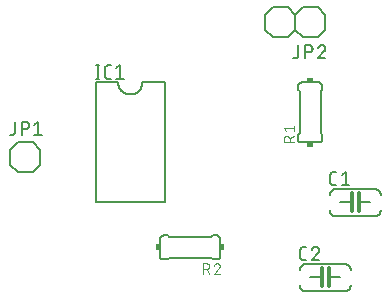
<source format=gbr>
G04 EAGLE Gerber RS-274X export*
G75*
%MOMM*%
%FSLAX34Y34*%
%LPD*%
%INSilkscreen Top*%
%IPPOS*%
%AMOC8*
5,1,8,0,0,1.08239X$1,22.5*%
G01*
%ADD10C,0.152400*%
%ADD11C,0.304800*%
%ADD12C,0.127000*%
%ADD13R,0.508000X0.381000*%
%ADD14C,0.101600*%
%ADD15R,0.381000X0.508000*%


D10*
X745490Y341630D02*
X745350Y341628D01*
X745210Y341622D01*
X745070Y341613D01*
X744931Y341599D01*
X744792Y341582D01*
X744654Y341561D01*
X744516Y341536D01*
X744379Y341507D01*
X744243Y341475D01*
X744108Y341438D01*
X743974Y341398D01*
X743841Y341355D01*
X743709Y341307D01*
X743578Y341257D01*
X743449Y341202D01*
X743322Y341144D01*
X743196Y341083D01*
X743072Y341018D01*
X742950Y340949D01*
X742830Y340878D01*
X742712Y340803D01*
X742595Y340725D01*
X742481Y340643D01*
X742370Y340559D01*
X742261Y340471D01*
X742154Y340381D01*
X742049Y340287D01*
X741948Y340191D01*
X741849Y340092D01*
X741753Y339991D01*
X741659Y339886D01*
X741569Y339779D01*
X741481Y339670D01*
X741397Y339559D01*
X741315Y339445D01*
X741237Y339328D01*
X741162Y339210D01*
X741091Y339090D01*
X741022Y338968D01*
X740957Y338844D01*
X740896Y338718D01*
X740838Y338591D01*
X740783Y338462D01*
X740733Y338331D01*
X740685Y338199D01*
X740642Y338066D01*
X740602Y337932D01*
X740565Y337797D01*
X740533Y337661D01*
X740504Y337524D01*
X740479Y337386D01*
X740458Y337248D01*
X740441Y337109D01*
X740427Y336970D01*
X740418Y336830D01*
X740412Y336690D01*
X740410Y336550D01*
X740410Y323850D02*
X740412Y323710D01*
X740418Y323570D01*
X740427Y323430D01*
X740441Y323291D01*
X740458Y323152D01*
X740479Y323014D01*
X740504Y322876D01*
X740533Y322739D01*
X740565Y322603D01*
X740602Y322468D01*
X740642Y322334D01*
X740685Y322201D01*
X740733Y322069D01*
X740783Y321938D01*
X740838Y321809D01*
X740896Y321682D01*
X740957Y321556D01*
X741022Y321432D01*
X741091Y321310D01*
X741162Y321190D01*
X741237Y321072D01*
X741315Y320955D01*
X741397Y320841D01*
X741481Y320730D01*
X741569Y320621D01*
X741659Y320514D01*
X741753Y320409D01*
X741849Y320308D01*
X741948Y320209D01*
X742049Y320113D01*
X742154Y320019D01*
X742261Y319929D01*
X742370Y319841D01*
X742481Y319757D01*
X742595Y319675D01*
X742712Y319597D01*
X742830Y319522D01*
X742950Y319451D01*
X743072Y319382D01*
X743196Y319317D01*
X743322Y319256D01*
X743449Y319198D01*
X743578Y319143D01*
X743709Y319093D01*
X743841Y319045D01*
X743974Y319002D01*
X744108Y318962D01*
X744243Y318925D01*
X744379Y318893D01*
X744516Y318864D01*
X744654Y318839D01*
X744792Y318818D01*
X744931Y318801D01*
X745070Y318787D01*
X745210Y318778D01*
X745350Y318772D01*
X745490Y318770D01*
X745490Y341630D02*
X778510Y341630D01*
X778510Y318770D02*
X745490Y318770D01*
X778510Y341630D02*
X778650Y341628D01*
X778790Y341622D01*
X778930Y341613D01*
X779069Y341599D01*
X779208Y341582D01*
X779346Y341561D01*
X779484Y341536D01*
X779621Y341507D01*
X779757Y341475D01*
X779892Y341438D01*
X780026Y341398D01*
X780159Y341355D01*
X780291Y341307D01*
X780422Y341257D01*
X780551Y341202D01*
X780678Y341144D01*
X780804Y341083D01*
X780928Y341018D01*
X781050Y340949D01*
X781170Y340878D01*
X781288Y340803D01*
X781405Y340725D01*
X781519Y340643D01*
X781630Y340559D01*
X781739Y340471D01*
X781846Y340381D01*
X781951Y340287D01*
X782052Y340191D01*
X782151Y340092D01*
X782247Y339991D01*
X782341Y339886D01*
X782431Y339779D01*
X782519Y339670D01*
X782603Y339559D01*
X782685Y339445D01*
X782763Y339328D01*
X782838Y339210D01*
X782909Y339090D01*
X782978Y338968D01*
X783043Y338844D01*
X783104Y338718D01*
X783162Y338591D01*
X783217Y338462D01*
X783267Y338331D01*
X783315Y338199D01*
X783358Y338066D01*
X783398Y337932D01*
X783435Y337797D01*
X783467Y337661D01*
X783496Y337524D01*
X783521Y337386D01*
X783542Y337248D01*
X783559Y337109D01*
X783573Y336970D01*
X783582Y336830D01*
X783588Y336690D01*
X783590Y336550D01*
X783590Y323850D02*
X783588Y323710D01*
X783582Y323570D01*
X783573Y323430D01*
X783559Y323291D01*
X783542Y323152D01*
X783521Y323014D01*
X783496Y322876D01*
X783467Y322739D01*
X783435Y322603D01*
X783398Y322468D01*
X783358Y322334D01*
X783315Y322201D01*
X783267Y322069D01*
X783217Y321938D01*
X783162Y321809D01*
X783104Y321682D01*
X783043Y321556D01*
X782978Y321432D01*
X782909Y321310D01*
X782838Y321190D01*
X782763Y321072D01*
X782685Y320955D01*
X782603Y320841D01*
X782519Y320730D01*
X782431Y320621D01*
X782341Y320514D01*
X782247Y320409D01*
X782151Y320308D01*
X782052Y320209D01*
X781951Y320113D01*
X781846Y320019D01*
X781739Y319929D01*
X781630Y319841D01*
X781519Y319757D01*
X781405Y319675D01*
X781288Y319597D01*
X781170Y319522D01*
X781050Y319451D01*
X780928Y319382D01*
X780804Y319317D01*
X780678Y319256D01*
X780551Y319198D01*
X780422Y319143D01*
X780291Y319093D01*
X780159Y319045D01*
X780026Y319002D01*
X779892Y318962D01*
X779757Y318925D01*
X779621Y318893D01*
X779484Y318864D01*
X779346Y318839D01*
X779208Y318818D01*
X779069Y318801D01*
X778930Y318787D01*
X778790Y318778D01*
X778650Y318772D01*
X778510Y318770D01*
D11*
X758952Y330200D02*
X758952Y337820D01*
X758952Y330200D02*
X758952Y322580D01*
X765302Y330200D02*
X765302Y337820D01*
X765302Y330200D02*
X765302Y322580D01*
D10*
X765302Y330200D02*
X774700Y330200D01*
X758952Y330200D02*
X749300Y330200D01*
D12*
X746125Y344805D02*
X743585Y344805D01*
X743485Y344807D01*
X743386Y344813D01*
X743286Y344823D01*
X743188Y344836D01*
X743089Y344854D01*
X742992Y344875D01*
X742896Y344900D01*
X742800Y344929D01*
X742706Y344962D01*
X742613Y344998D01*
X742522Y345038D01*
X742432Y345082D01*
X742344Y345129D01*
X742258Y345179D01*
X742174Y345233D01*
X742092Y345290D01*
X742013Y345350D01*
X741935Y345414D01*
X741861Y345480D01*
X741789Y345549D01*
X741720Y345621D01*
X741654Y345695D01*
X741590Y345773D01*
X741530Y345852D01*
X741473Y345934D01*
X741419Y346018D01*
X741369Y346104D01*
X741322Y346192D01*
X741278Y346282D01*
X741238Y346373D01*
X741202Y346466D01*
X741169Y346560D01*
X741140Y346656D01*
X741115Y346752D01*
X741094Y346849D01*
X741076Y346948D01*
X741063Y347046D01*
X741053Y347146D01*
X741047Y347245D01*
X741045Y347345D01*
X741045Y353695D01*
X741047Y353795D01*
X741053Y353894D01*
X741063Y353994D01*
X741076Y354092D01*
X741094Y354191D01*
X741115Y354288D01*
X741140Y354384D01*
X741169Y354480D01*
X741202Y354574D01*
X741238Y354667D01*
X741278Y354758D01*
X741322Y354848D01*
X741369Y354936D01*
X741419Y355022D01*
X741473Y355106D01*
X741530Y355188D01*
X741590Y355267D01*
X741654Y355345D01*
X741720Y355419D01*
X741789Y355491D01*
X741861Y355560D01*
X741935Y355626D01*
X742013Y355690D01*
X742092Y355750D01*
X742174Y355807D01*
X742258Y355861D01*
X742344Y355911D01*
X742432Y355958D01*
X742522Y356002D01*
X742613Y356042D01*
X742706Y356078D01*
X742800Y356111D01*
X742896Y356140D01*
X742992Y356165D01*
X743089Y356186D01*
X743188Y356204D01*
X743286Y356217D01*
X743386Y356227D01*
X743485Y356233D01*
X743585Y356235D01*
X746125Y356235D01*
X750607Y353695D02*
X753782Y356235D01*
X753782Y344805D01*
X750607Y344805D02*
X756957Y344805D01*
D10*
X720090Y278130D02*
X719950Y278128D01*
X719810Y278122D01*
X719670Y278113D01*
X719531Y278099D01*
X719392Y278082D01*
X719254Y278061D01*
X719116Y278036D01*
X718979Y278007D01*
X718843Y277975D01*
X718708Y277938D01*
X718574Y277898D01*
X718441Y277855D01*
X718309Y277807D01*
X718178Y277757D01*
X718049Y277702D01*
X717922Y277644D01*
X717796Y277583D01*
X717672Y277518D01*
X717550Y277449D01*
X717430Y277378D01*
X717312Y277303D01*
X717195Y277225D01*
X717081Y277143D01*
X716970Y277059D01*
X716861Y276971D01*
X716754Y276881D01*
X716649Y276787D01*
X716548Y276691D01*
X716449Y276592D01*
X716353Y276491D01*
X716259Y276386D01*
X716169Y276279D01*
X716081Y276170D01*
X715997Y276059D01*
X715915Y275945D01*
X715837Y275828D01*
X715762Y275710D01*
X715691Y275590D01*
X715622Y275468D01*
X715557Y275344D01*
X715496Y275218D01*
X715438Y275091D01*
X715383Y274962D01*
X715333Y274831D01*
X715285Y274699D01*
X715242Y274566D01*
X715202Y274432D01*
X715165Y274297D01*
X715133Y274161D01*
X715104Y274024D01*
X715079Y273886D01*
X715058Y273748D01*
X715041Y273609D01*
X715027Y273470D01*
X715018Y273330D01*
X715012Y273190D01*
X715010Y273050D01*
X715010Y260350D02*
X715012Y260210D01*
X715018Y260070D01*
X715027Y259930D01*
X715041Y259791D01*
X715058Y259652D01*
X715079Y259514D01*
X715104Y259376D01*
X715133Y259239D01*
X715165Y259103D01*
X715202Y258968D01*
X715242Y258834D01*
X715285Y258701D01*
X715333Y258569D01*
X715383Y258438D01*
X715438Y258309D01*
X715496Y258182D01*
X715557Y258056D01*
X715622Y257932D01*
X715691Y257810D01*
X715762Y257690D01*
X715837Y257572D01*
X715915Y257455D01*
X715997Y257341D01*
X716081Y257230D01*
X716169Y257121D01*
X716259Y257014D01*
X716353Y256909D01*
X716449Y256808D01*
X716548Y256709D01*
X716649Y256613D01*
X716754Y256519D01*
X716861Y256429D01*
X716970Y256341D01*
X717081Y256257D01*
X717195Y256175D01*
X717312Y256097D01*
X717430Y256022D01*
X717550Y255951D01*
X717672Y255882D01*
X717796Y255817D01*
X717922Y255756D01*
X718049Y255698D01*
X718178Y255643D01*
X718309Y255593D01*
X718441Y255545D01*
X718574Y255502D01*
X718708Y255462D01*
X718843Y255425D01*
X718979Y255393D01*
X719116Y255364D01*
X719254Y255339D01*
X719392Y255318D01*
X719531Y255301D01*
X719670Y255287D01*
X719810Y255278D01*
X719950Y255272D01*
X720090Y255270D01*
X720090Y278130D02*
X753110Y278130D01*
X753110Y255270D02*
X720090Y255270D01*
X753110Y278130D02*
X753250Y278128D01*
X753390Y278122D01*
X753530Y278113D01*
X753669Y278099D01*
X753808Y278082D01*
X753946Y278061D01*
X754084Y278036D01*
X754221Y278007D01*
X754357Y277975D01*
X754492Y277938D01*
X754626Y277898D01*
X754759Y277855D01*
X754891Y277807D01*
X755022Y277757D01*
X755151Y277702D01*
X755278Y277644D01*
X755404Y277583D01*
X755528Y277518D01*
X755650Y277449D01*
X755770Y277378D01*
X755888Y277303D01*
X756005Y277225D01*
X756119Y277143D01*
X756230Y277059D01*
X756339Y276971D01*
X756446Y276881D01*
X756551Y276787D01*
X756652Y276691D01*
X756751Y276592D01*
X756847Y276491D01*
X756941Y276386D01*
X757031Y276279D01*
X757119Y276170D01*
X757203Y276059D01*
X757285Y275945D01*
X757363Y275828D01*
X757438Y275710D01*
X757509Y275590D01*
X757578Y275468D01*
X757643Y275344D01*
X757704Y275218D01*
X757762Y275091D01*
X757817Y274962D01*
X757867Y274831D01*
X757915Y274699D01*
X757958Y274566D01*
X757998Y274432D01*
X758035Y274297D01*
X758067Y274161D01*
X758096Y274024D01*
X758121Y273886D01*
X758142Y273748D01*
X758159Y273609D01*
X758173Y273470D01*
X758182Y273330D01*
X758188Y273190D01*
X758190Y273050D01*
X758190Y260350D02*
X758188Y260210D01*
X758182Y260070D01*
X758173Y259930D01*
X758159Y259791D01*
X758142Y259652D01*
X758121Y259514D01*
X758096Y259376D01*
X758067Y259239D01*
X758035Y259103D01*
X757998Y258968D01*
X757958Y258834D01*
X757915Y258701D01*
X757867Y258569D01*
X757817Y258438D01*
X757762Y258309D01*
X757704Y258182D01*
X757643Y258056D01*
X757578Y257932D01*
X757509Y257810D01*
X757438Y257690D01*
X757363Y257572D01*
X757285Y257455D01*
X757203Y257341D01*
X757119Y257230D01*
X757031Y257121D01*
X756941Y257014D01*
X756847Y256909D01*
X756751Y256808D01*
X756652Y256709D01*
X756551Y256613D01*
X756446Y256519D01*
X756339Y256429D01*
X756230Y256341D01*
X756119Y256257D01*
X756005Y256175D01*
X755888Y256097D01*
X755770Y256022D01*
X755650Y255951D01*
X755528Y255882D01*
X755404Y255817D01*
X755278Y255756D01*
X755151Y255698D01*
X755022Y255643D01*
X754891Y255593D01*
X754759Y255545D01*
X754626Y255502D01*
X754492Y255462D01*
X754357Y255425D01*
X754221Y255393D01*
X754084Y255364D01*
X753946Y255339D01*
X753808Y255318D01*
X753669Y255301D01*
X753530Y255287D01*
X753390Y255278D01*
X753250Y255272D01*
X753110Y255270D01*
D11*
X733552Y266700D02*
X733552Y274320D01*
X733552Y266700D02*
X733552Y259080D01*
X739902Y266700D02*
X739902Y274320D01*
X739902Y266700D02*
X739902Y259080D01*
D10*
X739902Y266700D02*
X749300Y266700D01*
X733552Y266700D02*
X723900Y266700D01*
D12*
X720725Y281305D02*
X718185Y281305D01*
X718085Y281307D01*
X717986Y281313D01*
X717886Y281323D01*
X717788Y281336D01*
X717689Y281354D01*
X717592Y281375D01*
X717496Y281400D01*
X717400Y281429D01*
X717306Y281462D01*
X717213Y281498D01*
X717122Y281538D01*
X717032Y281582D01*
X716944Y281629D01*
X716858Y281679D01*
X716774Y281733D01*
X716692Y281790D01*
X716613Y281850D01*
X716535Y281914D01*
X716461Y281980D01*
X716389Y282049D01*
X716320Y282121D01*
X716254Y282195D01*
X716190Y282273D01*
X716130Y282352D01*
X716073Y282434D01*
X716019Y282518D01*
X715969Y282604D01*
X715922Y282692D01*
X715878Y282782D01*
X715838Y282873D01*
X715802Y282966D01*
X715769Y283060D01*
X715740Y283156D01*
X715715Y283252D01*
X715694Y283349D01*
X715676Y283448D01*
X715663Y283546D01*
X715653Y283646D01*
X715647Y283745D01*
X715645Y283845D01*
X715645Y290195D01*
X715647Y290295D01*
X715653Y290394D01*
X715663Y290494D01*
X715676Y290592D01*
X715694Y290691D01*
X715715Y290788D01*
X715740Y290884D01*
X715769Y290980D01*
X715802Y291074D01*
X715838Y291167D01*
X715878Y291258D01*
X715922Y291348D01*
X715969Y291436D01*
X716019Y291522D01*
X716073Y291606D01*
X716130Y291688D01*
X716190Y291767D01*
X716254Y291845D01*
X716320Y291919D01*
X716389Y291991D01*
X716461Y292060D01*
X716535Y292126D01*
X716613Y292190D01*
X716692Y292250D01*
X716774Y292307D01*
X716858Y292361D01*
X716944Y292411D01*
X717032Y292458D01*
X717122Y292502D01*
X717213Y292542D01*
X717306Y292578D01*
X717400Y292611D01*
X717496Y292640D01*
X717592Y292665D01*
X717689Y292686D01*
X717788Y292704D01*
X717886Y292717D01*
X717986Y292727D01*
X718085Y292733D01*
X718185Y292735D01*
X720725Y292735D01*
X728700Y292736D02*
X728804Y292734D01*
X728909Y292728D01*
X729013Y292719D01*
X729116Y292706D01*
X729219Y292688D01*
X729321Y292668D01*
X729423Y292643D01*
X729523Y292615D01*
X729623Y292583D01*
X729721Y292547D01*
X729818Y292508D01*
X729913Y292466D01*
X730007Y292420D01*
X730099Y292370D01*
X730189Y292318D01*
X730277Y292262D01*
X730363Y292202D01*
X730447Y292140D01*
X730528Y292075D01*
X730607Y292007D01*
X730684Y291935D01*
X730757Y291862D01*
X730829Y291785D01*
X730897Y291706D01*
X730962Y291625D01*
X731024Y291541D01*
X731084Y291455D01*
X731140Y291367D01*
X731192Y291277D01*
X731242Y291185D01*
X731288Y291091D01*
X731330Y290996D01*
X731369Y290899D01*
X731405Y290801D01*
X731437Y290701D01*
X731465Y290601D01*
X731490Y290499D01*
X731510Y290397D01*
X731528Y290294D01*
X731541Y290191D01*
X731550Y290087D01*
X731556Y289982D01*
X731558Y289878D01*
X728700Y292735D02*
X728582Y292733D01*
X728463Y292727D01*
X728345Y292718D01*
X728228Y292705D01*
X728111Y292687D01*
X727994Y292667D01*
X727878Y292642D01*
X727763Y292614D01*
X727650Y292581D01*
X727537Y292546D01*
X727425Y292506D01*
X727315Y292464D01*
X727206Y292417D01*
X727098Y292367D01*
X726993Y292314D01*
X726889Y292257D01*
X726787Y292197D01*
X726687Y292134D01*
X726589Y292067D01*
X726493Y291998D01*
X726400Y291925D01*
X726309Y291849D01*
X726220Y291771D01*
X726134Y291689D01*
X726051Y291605D01*
X725970Y291519D01*
X725893Y291429D01*
X725818Y291338D01*
X725746Y291244D01*
X725677Y291147D01*
X725612Y291049D01*
X725549Y290948D01*
X725490Y290845D01*
X725434Y290741D01*
X725382Y290635D01*
X725333Y290527D01*
X725288Y290418D01*
X725246Y290307D01*
X725208Y290195D01*
X730605Y287656D02*
X730681Y287731D01*
X730756Y287810D01*
X730827Y287891D01*
X730896Y287975D01*
X730961Y288061D01*
X731023Y288149D01*
X731083Y288239D01*
X731139Y288331D01*
X731192Y288426D01*
X731241Y288522D01*
X731287Y288620D01*
X731330Y288719D01*
X731369Y288820D01*
X731404Y288922D01*
X731436Y289025D01*
X731464Y289129D01*
X731489Y289234D01*
X731510Y289341D01*
X731527Y289447D01*
X731540Y289554D01*
X731549Y289662D01*
X731555Y289770D01*
X731557Y289878D01*
X730605Y287655D02*
X725207Y281305D01*
X731557Y281305D01*
D10*
X600710Y330200D02*
X600710Y431800D01*
X542290Y431800D02*
X542290Y330200D01*
X600710Y330200D01*
X600710Y431800D02*
X581660Y431800D01*
X561340Y431800D02*
X542290Y431800D01*
X561340Y431800D02*
X561343Y431553D01*
X561352Y431305D01*
X561367Y431058D01*
X561388Y430812D01*
X561415Y430566D01*
X561448Y430321D01*
X561487Y430076D01*
X561532Y429833D01*
X561583Y429591D01*
X561640Y429350D01*
X561702Y429111D01*
X561771Y428873D01*
X561845Y428637D01*
X561925Y428403D01*
X562010Y428171D01*
X562102Y427941D01*
X562198Y427713D01*
X562301Y427488D01*
X562408Y427265D01*
X562522Y427045D01*
X562640Y426828D01*
X562764Y426613D01*
X562893Y426402D01*
X563027Y426194D01*
X563166Y425989D01*
X563310Y425788D01*
X563458Y425590D01*
X563612Y425396D01*
X563770Y425206D01*
X563933Y425020D01*
X564100Y424838D01*
X564272Y424660D01*
X564448Y424486D01*
X564628Y424316D01*
X564813Y424151D01*
X565001Y423991D01*
X565193Y423835D01*
X565389Y423683D01*
X565588Y423537D01*
X565791Y423395D01*
X565998Y423259D01*
X566207Y423127D01*
X566420Y423001D01*
X566636Y422880D01*
X566854Y422764D01*
X567076Y422654D01*
X567300Y422549D01*
X567526Y422449D01*
X567755Y422355D01*
X567986Y422267D01*
X568220Y422184D01*
X568455Y422107D01*
X568692Y422036D01*
X568930Y421970D01*
X569170Y421911D01*
X569412Y421857D01*
X569655Y421809D01*
X569898Y421767D01*
X570143Y421731D01*
X570389Y421701D01*
X570635Y421677D01*
X570882Y421659D01*
X571129Y421647D01*
X571376Y421641D01*
X571624Y421641D01*
X571871Y421647D01*
X572118Y421659D01*
X572365Y421677D01*
X572611Y421701D01*
X572857Y421731D01*
X573102Y421767D01*
X573345Y421809D01*
X573588Y421857D01*
X573830Y421911D01*
X574070Y421970D01*
X574308Y422036D01*
X574545Y422107D01*
X574780Y422184D01*
X575014Y422267D01*
X575245Y422355D01*
X575474Y422449D01*
X575700Y422549D01*
X575924Y422654D01*
X576146Y422764D01*
X576364Y422880D01*
X576580Y423001D01*
X576793Y423127D01*
X577002Y423259D01*
X577209Y423395D01*
X577412Y423537D01*
X577611Y423683D01*
X577807Y423835D01*
X577999Y423991D01*
X578187Y424151D01*
X578372Y424316D01*
X578552Y424486D01*
X578728Y424660D01*
X578900Y424838D01*
X579067Y425020D01*
X579230Y425206D01*
X579388Y425396D01*
X579542Y425590D01*
X579690Y425788D01*
X579834Y425989D01*
X579973Y426194D01*
X580107Y426402D01*
X580236Y426613D01*
X580360Y426828D01*
X580478Y427045D01*
X580592Y427265D01*
X580699Y427488D01*
X580802Y427713D01*
X580898Y427941D01*
X580990Y428171D01*
X581075Y428403D01*
X581155Y428637D01*
X581229Y428873D01*
X581298Y429111D01*
X581360Y429350D01*
X581417Y429591D01*
X581468Y429833D01*
X581513Y430076D01*
X581552Y430321D01*
X581585Y430566D01*
X581612Y430812D01*
X581633Y431058D01*
X581648Y431305D01*
X581657Y431553D01*
X581660Y431800D01*
D12*
X544195Y434975D02*
X544195Y446405D01*
X542925Y434975D02*
X545465Y434975D01*
X545465Y446405D02*
X542925Y446405D01*
X552667Y434975D02*
X555207Y434975D01*
X552667Y434975D02*
X552567Y434977D01*
X552468Y434983D01*
X552368Y434993D01*
X552270Y435006D01*
X552171Y435024D01*
X552074Y435045D01*
X551978Y435070D01*
X551882Y435099D01*
X551788Y435132D01*
X551695Y435168D01*
X551604Y435208D01*
X551514Y435252D01*
X551426Y435299D01*
X551340Y435349D01*
X551256Y435403D01*
X551174Y435460D01*
X551095Y435520D01*
X551017Y435584D01*
X550943Y435650D01*
X550871Y435719D01*
X550802Y435791D01*
X550736Y435865D01*
X550672Y435943D01*
X550612Y436022D01*
X550555Y436104D01*
X550501Y436188D01*
X550451Y436274D01*
X550404Y436362D01*
X550360Y436452D01*
X550320Y436543D01*
X550284Y436636D01*
X550251Y436730D01*
X550222Y436826D01*
X550197Y436922D01*
X550176Y437019D01*
X550158Y437118D01*
X550145Y437216D01*
X550135Y437316D01*
X550129Y437415D01*
X550127Y437515D01*
X550127Y443865D01*
X550129Y443965D01*
X550135Y444064D01*
X550145Y444164D01*
X550158Y444262D01*
X550176Y444361D01*
X550197Y444458D01*
X550222Y444554D01*
X550251Y444650D01*
X550284Y444744D01*
X550320Y444837D01*
X550360Y444928D01*
X550404Y445018D01*
X550451Y445106D01*
X550501Y445192D01*
X550555Y445276D01*
X550612Y445358D01*
X550672Y445437D01*
X550736Y445515D01*
X550802Y445589D01*
X550871Y445661D01*
X550943Y445730D01*
X551017Y445796D01*
X551095Y445860D01*
X551174Y445920D01*
X551256Y445977D01*
X551340Y446031D01*
X551426Y446081D01*
X551514Y446128D01*
X551604Y446172D01*
X551695Y446212D01*
X551788Y446248D01*
X551882Y446281D01*
X551978Y446310D01*
X552074Y446335D01*
X552171Y446356D01*
X552270Y446374D01*
X552368Y446387D01*
X552468Y446397D01*
X552567Y446403D01*
X552667Y446405D01*
X555207Y446405D01*
X559689Y443865D02*
X562864Y446405D01*
X562864Y434975D01*
X559689Y434975D02*
X566039Y434975D01*
D10*
X488950Y381000D02*
X476250Y381000D01*
X488950Y381000D02*
X495300Y374650D01*
X495300Y361950D01*
X488950Y355600D01*
X469900Y361950D02*
X469900Y374650D01*
X476250Y381000D01*
X469900Y361950D02*
X476250Y355600D01*
X488950Y355600D01*
D12*
X473583Y389763D02*
X473583Y398653D01*
X473583Y389763D02*
X473581Y389663D01*
X473575Y389564D01*
X473565Y389464D01*
X473552Y389366D01*
X473534Y389267D01*
X473513Y389170D01*
X473488Y389074D01*
X473459Y388978D01*
X473426Y388884D01*
X473390Y388791D01*
X473350Y388700D01*
X473306Y388610D01*
X473259Y388522D01*
X473209Y388436D01*
X473155Y388352D01*
X473098Y388270D01*
X473038Y388191D01*
X472974Y388113D01*
X472908Y388039D01*
X472839Y387967D01*
X472767Y387898D01*
X472693Y387832D01*
X472615Y387768D01*
X472536Y387708D01*
X472454Y387651D01*
X472370Y387597D01*
X472284Y387547D01*
X472196Y387500D01*
X472106Y387456D01*
X472015Y387416D01*
X471922Y387380D01*
X471828Y387347D01*
X471732Y387318D01*
X471636Y387293D01*
X471539Y387272D01*
X471440Y387254D01*
X471342Y387241D01*
X471242Y387231D01*
X471143Y387225D01*
X471043Y387223D01*
X469773Y387223D01*
X479563Y387223D02*
X479563Y398653D01*
X482738Y398653D01*
X482849Y398651D01*
X482959Y398645D01*
X483070Y398636D01*
X483180Y398622D01*
X483289Y398605D01*
X483398Y398584D01*
X483506Y398559D01*
X483613Y398530D01*
X483719Y398498D01*
X483824Y398462D01*
X483927Y398422D01*
X484029Y398379D01*
X484130Y398332D01*
X484229Y398281D01*
X484326Y398228D01*
X484420Y398171D01*
X484513Y398110D01*
X484604Y398047D01*
X484693Y397980D01*
X484779Y397910D01*
X484862Y397837D01*
X484944Y397762D01*
X485022Y397684D01*
X485097Y397602D01*
X485170Y397519D01*
X485240Y397433D01*
X485307Y397344D01*
X485370Y397253D01*
X485431Y397160D01*
X485488Y397065D01*
X485541Y396969D01*
X485592Y396870D01*
X485639Y396769D01*
X485682Y396667D01*
X485722Y396564D01*
X485758Y396459D01*
X485790Y396353D01*
X485819Y396246D01*
X485844Y396138D01*
X485865Y396029D01*
X485882Y395920D01*
X485896Y395810D01*
X485905Y395699D01*
X485911Y395589D01*
X485913Y395478D01*
X485911Y395367D01*
X485905Y395257D01*
X485896Y395146D01*
X485882Y395036D01*
X485865Y394927D01*
X485844Y394818D01*
X485819Y394710D01*
X485790Y394603D01*
X485758Y394497D01*
X485722Y394392D01*
X485682Y394289D01*
X485639Y394187D01*
X485592Y394086D01*
X485541Y393987D01*
X485488Y393890D01*
X485431Y393796D01*
X485370Y393703D01*
X485307Y393612D01*
X485240Y393523D01*
X485170Y393437D01*
X485097Y393354D01*
X485022Y393272D01*
X484944Y393194D01*
X484862Y393119D01*
X484779Y393046D01*
X484693Y392976D01*
X484604Y392909D01*
X484513Y392846D01*
X484420Y392785D01*
X484326Y392728D01*
X484229Y392675D01*
X484130Y392624D01*
X484029Y392577D01*
X483927Y392534D01*
X483824Y392494D01*
X483719Y392458D01*
X483613Y392426D01*
X483506Y392397D01*
X483398Y392372D01*
X483289Y392351D01*
X483180Y392334D01*
X483070Y392320D01*
X482959Y392311D01*
X482849Y392305D01*
X482738Y392303D01*
X479563Y392303D01*
X490422Y396113D02*
X493597Y398653D01*
X493597Y387223D01*
X490422Y387223D02*
X496772Y387223D01*
D10*
X717550Y469900D02*
X730250Y469900D01*
X717550Y469900D02*
X711200Y476250D01*
X711200Y488950D01*
X717550Y495300D01*
X736600Y488950D02*
X736600Y476250D01*
X730250Y469900D01*
X736600Y488950D02*
X730250Y495300D01*
X717550Y495300D01*
X711200Y476250D02*
X704850Y469900D01*
X692150Y469900D01*
X685800Y476250D01*
X685800Y488950D01*
X692150Y495300D01*
X704850Y495300D01*
X711200Y488950D01*
D12*
X713538Y463677D02*
X713538Y454787D01*
X713536Y454687D01*
X713530Y454588D01*
X713520Y454488D01*
X713507Y454390D01*
X713489Y454291D01*
X713468Y454194D01*
X713443Y454098D01*
X713414Y454002D01*
X713381Y453908D01*
X713345Y453815D01*
X713305Y453724D01*
X713261Y453634D01*
X713214Y453546D01*
X713164Y453460D01*
X713110Y453376D01*
X713053Y453294D01*
X712993Y453215D01*
X712929Y453137D01*
X712863Y453063D01*
X712794Y452991D01*
X712722Y452922D01*
X712648Y452856D01*
X712570Y452792D01*
X712491Y452732D01*
X712409Y452675D01*
X712325Y452621D01*
X712239Y452571D01*
X712151Y452524D01*
X712061Y452480D01*
X711970Y452440D01*
X711877Y452404D01*
X711783Y452371D01*
X711687Y452342D01*
X711591Y452317D01*
X711494Y452296D01*
X711395Y452278D01*
X711297Y452265D01*
X711197Y452255D01*
X711098Y452249D01*
X710998Y452247D01*
X709728Y452247D01*
X719519Y452247D02*
X719519Y463677D01*
X722694Y463677D01*
X722805Y463675D01*
X722915Y463669D01*
X723026Y463660D01*
X723136Y463646D01*
X723245Y463629D01*
X723354Y463608D01*
X723462Y463583D01*
X723569Y463554D01*
X723675Y463522D01*
X723780Y463486D01*
X723883Y463446D01*
X723985Y463403D01*
X724086Y463356D01*
X724185Y463305D01*
X724282Y463252D01*
X724376Y463195D01*
X724469Y463134D01*
X724560Y463071D01*
X724649Y463004D01*
X724735Y462934D01*
X724818Y462861D01*
X724900Y462786D01*
X724978Y462708D01*
X725053Y462626D01*
X725126Y462543D01*
X725196Y462457D01*
X725263Y462368D01*
X725326Y462277D01*
X725387Y462184D01*
X725444Y462089D01*
X725497Y461993D01*
X725548Y461894D01*
X725595Y461793D01*
X725638Y461691D01*
X725678Y461588D01*
X725714Y461483D01*
X725746Y461377D01*
X725775Y461270D01*
X725800Y461162D01*
X725821Y461053D01*
X725838Y460944D01*
X725852Y460834D01*
X725861Y460723D01*
X725867Y460613D01*
X725869Y460502D01*
X725867Y460391D01*
X725861Y460281D01*
X725852Y460170D01*
X725838Y460060D01*
X725821Y459951D01*
X725800Y459842D01*
X725775Y459734D01*
X725746Y459627D01*
X725714Y459521D01*
X725678Y459416D01*
X725638Y459313D01*
X725595Y459211D01*
X725548Y459110D01*
X725497Y459011D01*
X725444Y458914D01*
X725387Y458820D01*
X725326Y458727D01*
X725263Y458636D01*
X725196Y458547D01*
X725126Y458461D01*
X725053Y458378D01*
X724978Y458296D01*
X724900Y458218D01*
X724818Y458143D01*
X724735Y458070D01*
X724649Y458000D01*
X724560Y457933D01*
X724469Y457870D01*
X724376Y457809D01*
X724282Y457752D01*
X724185Y457699D01*
X724086Y457648D01*
X723985Y457601D01*
X723883Y457558D01*
X723780Y457518D01*
X723675Y457482D01*
X723569Y457450D01*
X723462Y457421D01*
X723354Y457396D01*
X723245Y457375D01*
X723136Y457358D01*
X723026Y457344D01*
X722915Y457335D01*
X722805Y457329D01*
X722694Y457327D01*
X719519Y457327D01*
X733870Y463678D02*
X733974Y463676D01*
X734079Y463670D01*
X734183Y463661D01*
X734286Y463648D01*
X734389Y463630D01*
X734491Y463610D01*
X734593Y463585D01*
X734693Y463557D01*
X734793Y463525D01*
X734891Y463489D01*
X734988Y463450D01*
X735083Y463408D01*
X735177Y463362D01*
X735269Y463312D01*
X735359Y463260D01*
X735447Y463204D01*
X735533Y463144D01*
X735617Y463082D01*
X735698Y463017D01*
X735777Y462949D01*
X735854Y462877D01*
X735927Y462804D01*
X735999Y462727D01*
X736067Y462648D01*
X736132Y462567D01*
X736194Y462483D01*
X736254Y462397D01*
X736310Y462309D01*
X736362Y462219D01*
X736412Y462127D01*
X736458Y462033D01*
X736500Y461938D01*
X736539Y461841D01*
X736575Y461743D01*
X736607Y461643D01*
X736635Y461543D01*
X736660Y461441D01*
X736680Y461339D01*
X736698Y461236D01*
X736711Y461133D01*
X736720Y461029D01*
X736726Y460924D01*
X736728Y460820D01*
X733870Y463677D02*
X733752Y463675D01*
X733633Y463669D01*
X733515Y463660D01*
X733398Y463647D01*
X733281Y463629D01*
X733164Y463609D01*
X733048Y463584D01*
X732933Y463556D01*
X732820Y463523D01*
X732707Y463488D01*
X732595Y463448D01*
X732485Y463406D01*
X732376Y463359D01*
X732268Y463309D01*
X732163Y463256D01*
X732059Y463199D01*
X731957Y463139D01*
X731857Y463076D01*
X731759Y463009D01*
X731663Y462940D01*
X731570Y462867D01*
X731479Y462791D01*
X731390Y462713D01*
X731304Y462631D01*
X731221Y462547D01*
X731140Y462461D01*
X731063Y462371D01*
X730988Y462280D01*
X730916Y462186D01*
X730847Y462089D01*
X730782Y461991D01*
X730719Y461890D01*
X730660Y461787D01*
X730604Y461683D01*
X730552Y461577D01*
X730503Y461469D01*
X730458Y461360D01*
X730416Y461249D01*
X730378Y461137D01*
X735775Y458598D02*
X735851Y458673D01*
X735926Y458752D01*
X735997Y458833D01*
X736066Y458917D01*
X736131Y459003D01*
X736193Y459091D01*
X736253Y459181D01*
X736309Y459273D01*
X736362Y459368D01*
X736411Y459464D01*
X736457Y459562D01*
X736500Y459661D01*
X736539Y459762D01*
X736574Y459864D01*
X736606Y459967D01*
X736634Y460071D01*
X736659Y460176D01*
X736680Y460283D01*
X736697Y460389D01*
X736710Y460496D01*
X736719Y460604D01*
X736725Y460712D01*
X736727Y460820D01*
X735775Y458597D02*
X730377Y452247D01*
X736727Y452247D01*
D10*
X713740Y383540D02*
X713742Y383440D01*
X713748Y383341D01*
X713758Y383241D01*
X713771Y383143D01*
X713789Y383044D01*
X713810Y382947D01*
X713835Y382851D01*
X713864Y382755D01*
X713897Y382661D01*
X713933Y382568D01*
X713973Y382477D01*
X714017Y382387D01*
X714064Y382299D01*
X714114Y382213D01*
X714168Y382129D01*
X714225Y382047D01*
X714285Y381968D01*
X714349Y381890D01*
X714415Y381816D01*
X714484Y381744D01*
X714556Y381675D01*
X714630Y381609D01*
X714708Y381545D01*
X714787Y381485D01*
X714869Y381428D01*
X714953Y381374D01*
X715039Y381324D01*
X715127Y381277D01*
X715217Y381233D01*
X715308Y381193D01*
X715401Y381157D01*
X715495Y381124D01*
X715591Y381095D01*
X715687Y381070D01*
X715784Y381049D01*
X715883Y381031D01*
X715981Y381018D01*
X716081Y381008D01*
X716180Y381002D01*
X716280Y381000D01*
X731520Y381000D02*
X731620Y381002D01*
X731719Y381008D01*
X731819Y381018D01*
X731917Y381031D01*
X732016Y381049D01*
X732113Y381070D01*
X732209Y381095D01*
X732305Y381124D01*
X732399Y381157D01*
X732492Y381193D01*
X732583Y381233D01*
X732673Y381277D01*
X732761Y381324D01*
X732847Y381374D01*
X732931Y381428D01*
X733013Y381485D01*
X733092Y381545D01*
X733170Y381609D01*
X733244Y381675D01*
X733316Y381744D01*
X733385Y381816D01*
X733451Y381890D01*
X733515Y381968D01*
X733575Y382047D01*
X733632Y382129D01*
X733686Y382213D01*
X733736Y382299D01*
X733783Y382387D01*
X733827Y382477D01*
X733867Y382568D01*
X733903Y382661D01*
X733936Y382755D01*
X733965Y382851D01*
X733990Y382947D01*
X734011Y383044D01*
X734029Y383143D01*
X734042Y383241D01*
X734052Y383341D01*
X734058Y383440D01*
X734060Y383540D01*
X734060Y429260D02*
X734058Y429360D01*
X734052Y429459D01*
X734042Y429559D01*
X734029Y429657D01*
X734011Y429756D01*
X733990Y429853D01*
X733965Y429949D01*
X733936Y430045D01*
X733903Y430139D01*
X733867Y430232D01*
X733827Y430323D01*
X733783Y430413D01*
X733736Y430501D01*
X733686Y430587D01*
X733632Y430671D01*
X733575Y430753D01*
X733515Y430832D01*
X733451Y430910D01*
X733385Y430984D01*
X733316Y431056D01*
X733244Y431125D01*
X733170Y431191D01*
X733092Y431255D01*
X733013Y431315D01*
X732931Y431372D01*
X732847Y431426D01*
X732761Y431476D01*
X732673Y431523D01*
X732583Y431567D01*
X732492Y431607D01*
X732399Y431643D01*
X732305Y431676D01*
X732209Y431705D01*
X732113Y431730D01*
X732016Y431751D01*
X731917Y431769D01*
X731819Y431782D01*
X731719Y431792D01*
X731620Y431798D01*
X731520Y431800D01*
X716280Y431800D02*
X716180Y431798D01*
X716081Y431792D01*
X715981Y431782D01*
X715883Y431769D01*
X715784Y431751D01*
X715687Y431730D01*
X715591Y431705D01*
X715495Y431676D01*
X715401Y431643D01*
X715308Y431607D01*
X715217Y431567D01*
X715127Y431523D01*
X715039Y431476D01*
X714953Y431426D01*
X714869Y431372D01*
X714787Y431315D01*
X714708Y431255D01*
X714630Y431191D01*
X714556Y431125D01*
X714484Y431056D01*
X714415Y430984D01*
X714349Y430910D01*
X714285Y430832D01*
X714225Y430753D01*
X714168Y430671D01*
X714114Y430587D01*
X714064Y430501D01*
X714017Y430413D01*
X713973Y430323D01*
X713933Y430232D01*
X713897Y430139D01*
X713864Y430045D01*
X713835Y429949D01*
X713810Y429853D01*
X713789Y429756D01*
X713771Y429657D01*
X713758Y429559D01*
X713748Y429459D01*
X713742Y429360D01*
X713740Y429260D01*
X716280Y381000D02*
X731520Y381000D01*
X713740Y383540D02*
X713740Y387350D01*
X715010Y388620D01*
X734060Y387350D02*
X734060Y383540D01*
X734060Y387350D02*
X732790Y388620D01*
X715010Y424180D02*
X713740Y425450D01*
X715010Y424180D02*
X715010Y388620D01*
X732790Y424180D02*
X734060Y425450D01*
X732790Y424180D02*
X732790Y388620D01*
X713740Y425450D02*
X713740Y429260D01*
X734060Y429260D02*
X734060Y425450D01*
X731520Y431800D02*
X716280Y431800D01*
D13*
X723900Y433705D03*
X723900Y379095D03*
D14*
X710438Y381508D02*
X701548Y381508D01*
X701548Y383977D01*
X701550Y384075D01*
X701556Y384173D01*
X701566Y384271D01*
X701579Y384368D01*
X701597Y384465D01*
X701618Y384561D01*
X701643Y384655D01*
X701672Y384749D01*
X701704Y384842D01*
X701741Y384933D01*
X701780Y385023D01*
X701824Y385111D01*
X701871Y385197D01*
X701921Y385282D01*
X701974Y385364D01*
X702031Y385444D01*
X702091Y385522D01*
X702154Y385597D01*
X702220Y385670D01*
X702289Y385740D01*
X702360Y385807D01*
X702434Y385872D01*
X702511Y385933D01*
X702590Y385992D01*
X702671Y386047D01*
X702754Y386099D01*
X702840Y386147D01*
X702927Y386192D01*
X703016Y386234D01*
X703106Y386272D01*
X703198Y386306D01*
X703291Y386337D01*
X703386Y386364D01*
X703481Y386387D01*
X703578Y386407D01*
X703674Y386422D01*
X703772Y386434D01*
X703870Y386442D01*
X703968Y386446D01*
X704066Y386446D01*
X704164Y386442D01*
X704262Y386434D01*
X704360Y386422D01*
X704456Y386407D01*
X704553Y386387D01*
X704648Y386364D01*
X704743Y386337D01*
X704836Y386306D01*
X704928Y386272D01*
X705018Y386234D01*
X705107Y386192D01*
X705194Y386147D01*
X705280Y386099D01*
X705363Y386047D01*
X705444Y385992D01*
X705523Y385933D01*
X705600Y385872D01*
X705674Y385807D01*
X705745Y385740D01*
X705814Y385670D01*
X705880Y385597D01*
X705943Y385522D01*
X706003Y385444D01*
X706060Y385364D01*
X706113Y385282D01*
X706163Y385197D01*
X706210Y385111D01*
X706254Y385023D01*
X706293Y384933D01*
X706330Y384842D01*
X706362Y384749D01*
X706391Y384655D01*
X706416Y384561D01*
X706437Y384465D01*
X706455Y384368D01*
X706468Y384271D01*
X706478Y384173D01*
X706484Y384075D01*
X706486Y383977D01*
X706487Y383977D02*
X706487Y381508D01*
X706487Y384471D02*
X710438Y386447D01*
X703524Y390358D02*
X701548Y392827D01*
X710438Y392827D01*
X710438Y390358D02*
X710438Y395297D01*
D10*
X647700Y284480D02*
X647698Y284380D01*
X647692Y284281D01*
X647682Y284181D01*
X647669Y284083D01*
X647651Y283984D01*
X647630Y283887D01*
X647605Y283791D01*
X647576Y283695D01*
X647543Y283601D01*
X647507Y283508D01*
X647467Y283417D01*
X647423Y283327D01*
X647376Y283239D01*
X647326Y283153D01*
X647272Y283069D01*
X647215Y282987D01*
X647155Y282908D01*
X647091Y282830D01*
X647025Y282756D01*
X646956Y282684D01*
X646884Y282615D01*
X646810Y282549D01*
X646732Y282485D01*
X646653Y282425D01*
X646571Y282368D01*
X646487Y282314D01*
X646401Y282264D01*
X646313Y282217D01*
X646223Y282173D01*
X646132Y282133D01*
X646039Y282097D01*
X645945Y282064D01*
X645849Y282035D01*
X645753Y282010D01*
X645656Y281989D01*
X645557Y281971D01*
X645459Y281958D01*
X645359Y281948D01*
X645260Y281942D01*
X645160Y281940D01*
X647700Y299720D02*
X647698Y299820D01*
X647692Y299919D01*
X647682Y300019D01*
X647669Y300117D01*
X647651Y300216D01*
X647630Y300313D01*
X647605Y300409D01*
X647576Y300505D01*
X647543Y300599D01*
X647507Y300692D01*
X647467Y300783D01*
X647423Y300873D01*
X647376Y300961D01*
X647326Y301047D01*
X647272Y301131D01*
X647215Y301213D01*
X647155Y301292D01*
X647091Y301370D01*
X647025Y301444D01*
X646956Y301516D01*
X646884Y301585D01*
X646810Y301651D01*
X646732Y301715D01*
X646653Y301775D01*
X646571Y301832D01*
X646487Y301886D01*
X646401Y301936D01*
X646313Y301983D01*
X646223Y302027D01*
X646132Y302067D01*
X646039Y302103D01*
X645945Y302136D01*
X645849Y302165D01*
X645753Y302190D01*
X645656Y302211D01*
X645557Y302229D01*
X645459Y302242D01*
X645359Y302252D01*
X645260Y302258D01*
X645160Y302260D01*
X599440Y302260D02*
X599340Y302258D01*
X599241Y302252D01*
X599141Y302242D01*
X599043Y302229D01*
X598944Y302211D01*
X598847Y302190D01*
X598751Y302165D01*
X598655Y302136D01*
X598561Y302103D01*
X598468Y302067D01*
X598377Y302027D01*
X598287Y301983D01*
X598199Y301936D01*
X598113Y301886D01*
X598029Y301832D01*
X597947Y301775D01*
X597868Y301715D01*
X597790Y301651D01*
X597716Y301585D01*
X597644Y301516D01*
X597575Y301444D01*
X597509Y301370D01*
X597445Y301292D01*
X597385Y301213D01*
X597328Y301131D01*
X597274Y301047D01*
X597224Y300961D01*
X597177Y300873D01*
X597133Y300783D01*
X597093Y300692D01*
X597057Y300599D01*
X597024Y300505D01*
X596995Y300409D01*
X596970Y300313D01*
X596949Y300216D01*
X596931Y300117D01*
X596918Y300019D01*
X596908Y299919D01*
X596902Y299820D01*
X596900Y299720D01*
X596900Y284480D02*
X596902Y284380D01*
X596908Y284281D01*
X596918Y284181D01*
X596931Y284083D01*
X596949Y283984D01*
X596970Y283887D01*
X596995Y283791D01*
X597024Y283695D01*
X597057Y283601D01*
X597093Y283508D01*
X597133Y283417D01*
X597177Y283327D01*
X597224Y283239D01*
X597274Y283153D01*
X597328Y283069D01*
X597385Y282987D01*
X597445Y282908D01*
X597509Y282830D01*
X597575Y282756D01*
X597644Y282684D01*
X597716Y282615D01*
X597790Y282549D01*
X597868Y282485D01*
X597947Y282425D01*
X598029Y282368D01*
X598113Y282314D01*
X598199Y282264D01*
X598287Y282217D01*
X598377Y282173D01*
X598468Y282133D01*
X598561Y282097D01*
X598655Y282064D01*
X598751Y282035D01*
X598847Y282010D01*
X598944Y281989D01*
X599043Y281971D01*
X599141Y281958D01*
X599241Y281948D01*
X599340Y281942D01*
X599440Y281940D01*
X647700Y284480D02*
X647700Y299720D01*
X645160Y281940D02*
X641350Y281940D01*
X640080Y283210D01*
X641350Y302260D02*
X645160Y302260D01*
X641350Y302260D02*
X640080Y300990D01*
X604520Y283210D02*
X603250Y281940D01*
X604520Y283210D02*
X640080Y283210D01*
X604520Y300990D02*
X603250Y302260D01*
X604520Y300990D02*
X640080Y300990D01*
X603250Y281940D02*
X599440Y281940D01*
X599440Y302260D02*
X603250Y302260D01*
X596900Y299720D02*
X596900Y284480D01*
D15*
X594995Y292100D03*
X649605Y292100D03*
D14*
X633403Y278638D02*
X633403Y269748D01*
X633403Y278638D02*
X635873Y278638D01*
X635971Y278636D01*
X636069Y278630D01*
X636167Y278620D01*
X636264Y278607D01*
X636361Y278589D01*
X636457Y278568D01*
X636551Y278543D01*
X636645Y278514D01*
X636738Y278482D01*
X636829Y278445D01*
X636919Y278406D01*
X637007Y278362D01*
X637093Y278315D01*
X637178Y278265D01*
X637260Y278212D01*
X637340Y278155D01*
X637418Y278095D01*
X637493Y278032D01*
X637566Y277966D01*
X637636Y277897D01*
X637703Y277826D01*
X637768Y277752D01*
X637829Y277675D01*
X637888Y277596D01*
X637943Y277515D01*
X637995Y277432D01*
X638043Y277346D01*
X638088Y277259D01*
X638130Y277170D01*
X638168Y277080D01*
X638202Y276988D01*
X638233Y276895D01*
X638260Y276800D01*
X638283Y276705D01*
X638303Y276608D01*
X638318Y276512D01*
X638330Y276414D01*
X638338Y276316D01*
X638342Y276218D01*
X638342Y276120D01*
X638338Y276022D01*
X638330Y275924D01*
X638318Y275826D01*
X638303Y275730D01*
X638283Y275633D01*
X638260Y275538D01*
X638233Y275443D01*
X638202Y275350D01*
X638168Y275258D01*
X638130Y275168D01*
X638088Y275079D01*
X638043Y274992D01*
X637995Y274906D01*
X637943Y274823D01*
X637888Y274742D01*
X637829Y274663D01*
X637768Y274586D01*
X637703Y274512D01*
X637636Y274441D01*
X637566Y274372D01*
X637493Y274306D01*
X637418Y274243D01*
X637340Y274183D01*
X637260Y274126D01*
X637178Y274073D01*
X637093Y274023D01*
X637007Y273976D01*
X636919Y273932D01*
X636829Y273893D01*
X636738Y273856D01*
X636645Y273824D01*
X636551Y273795D01*
X636457Y273770D01*
X636361Y273749D01*
X636264Y273731D01*
X636167Y273718D01*
X636069Y273708D01*
X635971Y273702D01*
X635873Y273700D01*
X635873Y273699D02*
X633403Y273699D01*
X636367Y273699D02*
X638342Y269748D01*
X647193Y276416D02*
X647191Y276508D01*
X647185Y276600D01*
X647176Y276691D01*
X647163Y276782D01*
X647146Y276872D01*
X647125Y276962D01*
X647101Y277050D01*
X647073Y277138D01*
X647041Y277224D01*
X647006Y277309D01*
X646967Y277392D01*
X646925Y277474D01*
X646880Y277554D01*
X646831Y277632D01*
X646779Y277708D01*
X646724Y277781D01*
X646666Y277853D01*
X646606Y277922D01*
X646542Y277988D01*
X646476Y278052D01*
X646407Y278112D01*
X646335Y278170D01*
X646262Y278225D01*
X646186Y278277D01*
X646108Y278326D01*
X646028Y278371D01*
X645946Y278413D01*
X645863Y278452D01*
X645778Y278487D01*
X645692Y278519D01*
X645604Y278547D01*
X645516Y278571D01*
X645426Y278592D01*
X645336Y278609D01*
X645245Y278622D01*
X645154Y278631D01*
X645062Y278637D01*
X644970Y278639D01*
X644970Y278638D02*
X644864Y278636D01*
X644759Y278630D01*
X644654Y278620D01*
X644549Y278607D01*
X644445Y278589D01*
X644342Y278568D01*
X644239Y278543D01*
X644137Y278514D01*
X644037Y278481D01*
X643938Y278445D01*
X643840Y278405D01*
X643744Y278361D01*
X643649Y278314D01*
X643557Y278264D01*
X643466Y278210D01*
X643377Y278152D01*
X643291Y278092D01*
X643207Y278028D01*
X643125Y277962D01*
X643045Y277892D01*
X642969Y277819D01*
X642895Y277744D01*
X642824Y277666D01*
X642756Y277585D01*
X642690Y277502D01*
X642628Y277416D01*
X642570Y277329D01*
X642514Y277239D01*
X642462Y277147D01*
X642413Y277053D01*
X642368Y276958D01*
X642326Y276861D01*
X642288Y276762D01*
X642254Y276663D01*
X646451Y274687D02*
X646520Y274756D01*
X646586Y274826D01*
X646649Y274900D01*
X646708Y274976D01*
X646765Y275054D01*
X646819Y275134D01*
X646869Y275217D01*
X646916Y275301D01*
X646959Y275388D01*
X646999Y275476D01*
X647035Y275565D01*
X647068Y275656D01*
X647097Y275748D01*
X647122Y275842D01*
X647143Y275936D01*
X647161Y276031D01*
X647174Y276127D01*
X647184Y276223D01*
X647190Y276319D01*
X647192Y276416D01*
X646451Y274687D02*
X642253Y269748D01*
X647192Y269748D01*
M02*

</source>
